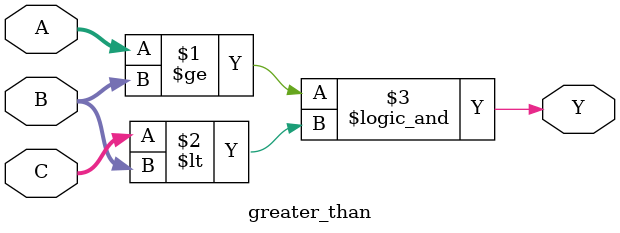
<source format=v>
module greater_than (
    input [7:0] A,
    input [7:0] B,
    input [7:0] C,
    output Y
);

    assign Y = (A >= B) && (C < B);

endmodule
</source>
